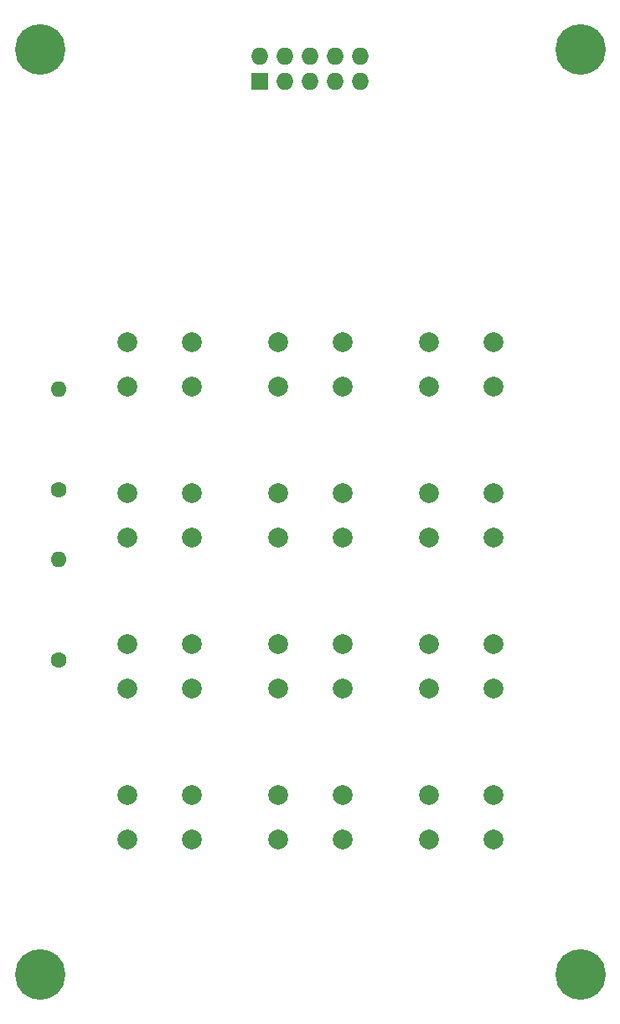
<source format=gbs>
G04 #@! TF.GenerationSoftware,KiCad,Pcbnew,(5.1.8)-1*
G04 #@! TF.CreationDate,2022-04-25T19:50:44+02:00*
G04 #@! TF.ProjectId,A2600 Keyboard,41323630-3020-44b6-9579-626f6172642e,rev?*
G04 #@! TF.SameCoordinates,Original*
G04 #@! TF.FileFunction,Soldermask,Bot*
G04 #@! TF.FilePolarity,Negative*
%FSLAX46Y46*%
G04 Gerber Fmt 4.6, Leading zero omitted, Abs format (unit mm)*
G04 Created by KiCad (PCBNEW (5.1.8)-1) date 2022-04-25 19:50:44*
%MOMM*%
%LPD*%
G01*
G04 APERTURE LIST*
%ADD10R,1.727200X1.727200*%
%ADD11O,1.727200X1.727200*%
%ADD12O,1.600000X1.600000*%
%ADD13C,1.600000*%
%ADD14C,2.000000*%
%ADD15C,5.100000*%
G04 APERTURE END LIST*
D10*
X147320000Y-46355000D03*
D11*
X149860000Y-46355000D03*
X152400000Y-46355000D03*
X154940000Y-46355000D03*
X157480000Y-46355000D03*
X147320000Y-43815000D03*
X149860000Y-43815000D03*
X152400000Y-43815000D03*
X154940000Y-43815000D03*
X157480000Y-43815000D03*
D12*
X127000000Y-94615000D03*
D13*
X127000000Y-104775000D03*
X127000000Y-87630000D03*
D12*
X127000000Y-77470000D03*
D14*
X133910000Y-77180000D03*
X133910000Y-72680000D03*
X140410000Y-77180000D03*
X140410000Y-72680000D03*
X155650000Y-72680000D03*
X155650000Y-77180000D03*
X149150000Y-72680000D03*
X149150000Y-77180000D03*
X164390000Y-77180000D03*
X164390000Y-72680000D03*
X170890000Y-77180000D03*
X170890000Y-72680000D03*
X140410000Y-87920000D03*
X140410000Y-92420000D03*
X133910000Y-87920000D03*
X133910000Y-92420000D03*
X149150000Y-92420000D03*
X149150000Y-87920000D03*
X155650000Y-92420000D03*
X155650000Y-87920000D03*
X170890000Y-87920000D03*
X170890000Y-92420000D03*
X164390000Y-87920000D03*
X164390000Y-92420000D03*
X133910000Y-107660000D03*
X133910000Y-103160000D03*
X140410000Y-107660000D03*
X140410000Y-103160000D03*
X155650000Y-103160000D03*
X155650000Y-107660000D03*
X149150000Y-103160000D03*
X149150000Y-107660000D03*
X164390000Y-107660000D03*
X164390000Y-103160000D03*
X170890000Y-107660000D03*
X170890000Y-103160000D03*
X140410000Y-118400000D03*
X140410000Y-122900000D03*
X133910000Y-118400000D03*
X133910000Y-122900000D03*
X149150000Y-122900000D03*
X149150000Y-118400000D03*
X155650000Y-122900000D03*
X155650000Y-118400000D03*
X170890000Y-118400000D03*
X170890000Y-122900000D03*
X164390000Y-118400000D03*
X164390000Y-122900000D03*
D15*
X125095000Y-136525000D03*
X179705000Y-136525000D03*
X179705000Y-43180000D03*
X125095000Y-43180000D03*
M02*

</source>
